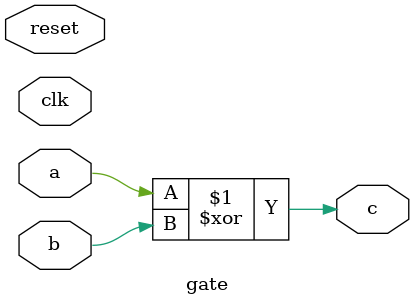
<source format=v>
module gate (
    input wire clk,
    input wire reset,
    input wire a,
    input wire b,
    output wire c
    );

    assign c = a ^ b;

endmodule

</source>
